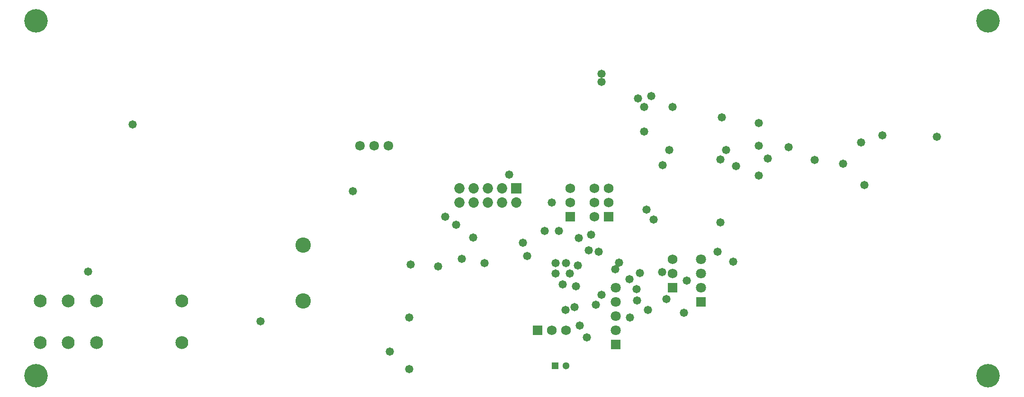
<source format=gbs>
G04*
G04 #@! TF.GenerationSoftware,Altium Limited,Altium Designer,23.2.1 (34)*
G04*
G04 Layer_Color=16711935*
%FSLAX44Y44*%
%MOMM*%
G71*
G04*
G04 #@! TF.SameCoordinates,88D0D14B-AD0B-4371-A2B6-2D90086A33F9*
G04*
G04*
G04 #@! TF.FilePolarity,Negative*
G04*
G01*
G75*
%ADD52C,2.7432*%
%ADD53C,1.8032*%
%ADD54R,1.8032X1.8032*%
%ADD55C,2.3032*%
%ADD56C,1.7532*%
%ADD57R,1.7532X1.7532*%
%ADD58R,1.7532X1.7532*%
%ADD59R,1.3000X1.3000*%
%ADD60C,1.3000*%
%ADD61C,1.7222*%
%ADD62R,1.8532X1.8532*%
%ADD63C,1.8532*%
%ADD64C,4.2032*%
%ADD65C,1.4732*%
D52*
X502920Y159080D02*
D03*
Y259080D02*
D03*
D53*
X1061720Y132080D02*
D03*
Y106680D02*
D03*
Y157480D02*
D03*
Y182880D02*
D03*
X1214120Y233680D02*
D03*
Y208280D02*
D03*
Y182880D02*
D03*
D54*
X1061720Y81280D02*
D03*
X1214120Y157480D02*
D03*
D55*
X285750Y159420D02*
D03*
X133150D02*
D03*
X82750D02*
D03*
X32350D02*
D03*
Y84420D02*
D03*
X82750D02*
D03*
X133150D02*
D03*
X285750D02*
D03*
D56*
X1023620Y360680D02*
D03*
Y335280D02*
D03*
Y309880D02*
D03*
X1049020Y360680D02*
D03*
Y335280D02*
D03*
X980440Y360680D02*
D03*
Y335280D02*
D03*
X972820Y106680D02*
D03*
X947420D02*
D03*
X1163320Y233680D02*
D03*
Y208280D02*
D03*
D57*
X1049020Y309880D02*
D03*
X980440D02*
D03*
X1163320Y182880D02*
D03*
D58*
X922020Y106680D02*
D03*
D59*
X952820Y43180D02*
D03*
D60*
X972820D02*
D03*
D61*
X654920Y436880D02*
D03*
X629920D02*
D03*
X603920D02*
D03*
D62*
X883920Y360680D02*
D03*
D63*
Y335280D02*
D03*
X858520Y360680D02*
D03*
Y335280D02*
D03*
X833120Y360680D02*
D03*
Y335280D02*
D03*
X807720Y360680D02*
D03*
Y335280D02*
D03*
X782320Y360680D02*
D03*
Y335280D02*
D03*
D64*
X25400Y25400D02*
D03*
X1727200D02*
D03*
Y660400D02*
D03*
X25400D02*
D03*
D65*
X1271270Y229870D02*
D03*
X1243330Y247650D02*
D03*
X591820Y355600D02*
D03*
X1248410Y299720D02*
D03*
X946963Y335280D02*
D03*
X960120Y284480D02*
D03*
X1248410Y412750D02*
D03*
X995680Y271780D02*
D03*
X979401Y208280D02*
D03*
X993891Y222769D02*
D03*
X990328Y185928D02*
D03*
X972704Y227446D02*
D03*
X966470Y189230D02*
D03*
X953654Y208396D02*
D03*
X953759Y227352D02*
D03*
X826770Y227330D02*
D03*
X744220Y220980D02*
D03*
X1017154Y278246D02*
D03*
X1112520Y506730D02*
D03*
X1125220Y525780D02*
D03*
X1036320Y170180D02*
D03*
X902970Y240030D02*
D03*
X1468120Y405130D02*
D03*
X1537970Y455930D02*
D03*
X1499870Y442976D02*
D03*
X1036320Y551180D02*
D03*
X1036053Y565401D02*
D03*
X1188720Y195580D02*
D03*
X1417320Y411480D02*
D03*
X1506220Y367030D02*
D03*
X1163320Y506730D02*
D03*
X1112520Y462280D02*
D03*
X1258561Y429269D02*
D03*
X118110Y212090D02*
D03*
X1151890Y162560D02*
D03*
X1085850Y198120D02*
D03*
X1012952Y250190D02*
D03*
X1031240Y247650D02*
D03*
X1144270Y210820D02*
D03*
X1067673Y228203D02*
D03*
X1104806Y209296D02*
D03*
X1060450Y215900D02*
D03*
X1026160Y152400D02*
D03*
X996950Y115570D02*
D03*
X1009766Y93864D02*
D03*
X988060Y148590D02*
D03*
X971550Y143510D02*
D03*
X1098550Y180340D02*
D03*
X1099820Y160020D02*
D03*
X1086612Y129688D02*
D03*
X1118870Y143510D02*
D03*
X1183502Y138060D02*
D03*
X426720Y123190D02*
D03*
X934720Y284480D02*
D03*
X198120Y474980D02*
D03*
X1156970Y429768D02*
D03*
X1250950Y487680D02*
D03*
X1101090Y521462D02*
D03*
X786384Y234264D02*
D03*
X1276096Y400558D02*
D03*
X1317498Y384048D02*
D03*
X1332992Y414570D02*
D03*
X1370838Y434848D02*
D03*
X1635252Y453390D02*
D03*
X870966Y385318D02*
D03*
X691896Y37380D02*
D03*
Y130048D02*
D03*
X694944Y224630D02*
D03*
X806704Y272796D02*
D03*
X1116588Y322580D02*
D03*
X1145286Y402590D02*
D03*
X1129284Y304904D02*
D03*
X1316736Y436880D02*
D03*
Y477266D02*
D03*
X775970Y295910D02*
D03*
X756920Y309880D02*
D03*
X657860Y68326D02*
D03*
X895604Y263652D02*
D03*
M02*

</source>
